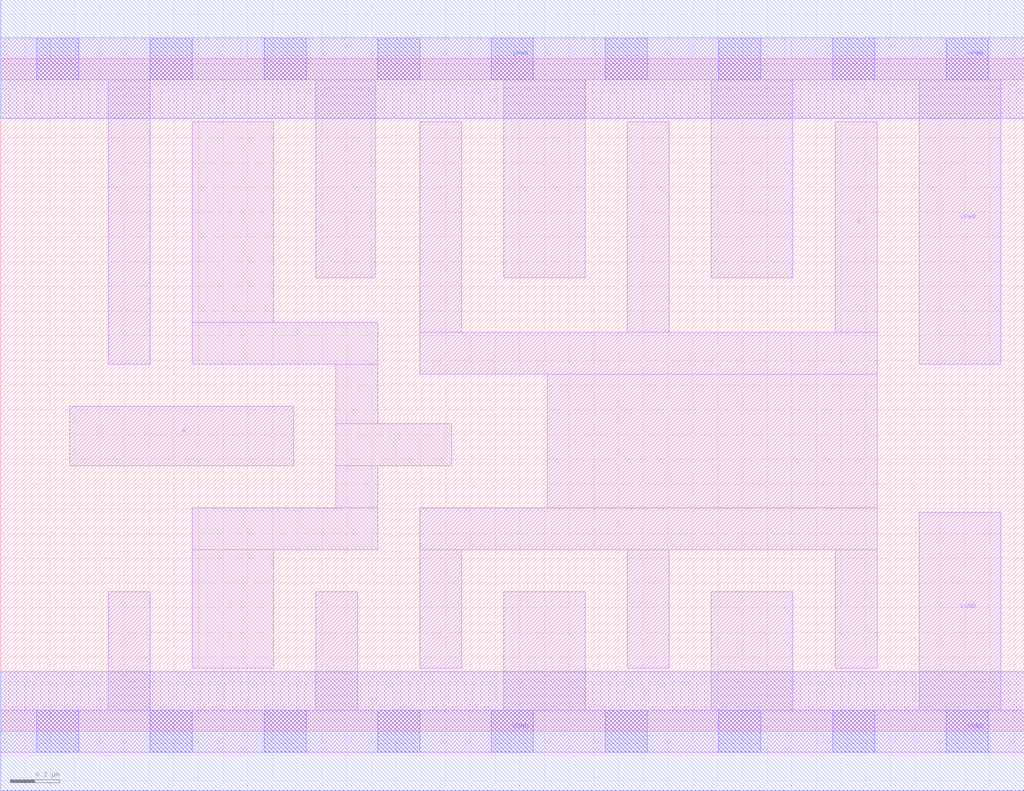
<source format=lef>
# Copyright 2020 The SkyWater PDK Authors
#
# Licensed under the Apache License, Version 2.0 (the "License");
# you may not use this file except in compliance with the License.
# You may obtain a copy of the License at
#
#     https://www.apache.org/licenses/LICENSE-2.0
#
# Unless required by applicable law or agreed to in writing, software
# distributed under the License is distributed on an "AS IS" BASIS,
# WITHOUT WARRANTIES OR CONDITIONS OF ANY KIND, either express or implied.
# See the License for the specific language governing permissions and
# limitations under the License.
#
# SPDX-License-Identifier: Apache-2.0

VERSION 5.7 ;
  NAMESCASESENSITIVE ON ;
  NOWIREEXTENSIONATPIN ON ;
  DIVIDERCHAR "/" ;
  BUSBITCHARS "[]" ;
UNITS
  DATABASE MICRONS 200 ;
END UNITS
MACRO sky130_fd_sc_hd__buf_6
  CLASS CORE ;
  SOURCE USER ;
  FOREIGN sky130_fd_sc_hd__buf_6 ;
  ORIGIN  0.000000  0.000000 ;
  SIZE  4.140000 BY  2.720000 ;
  SYMMETRY X Y R90 ;
  SITE unithd ;
  PIN A
    ANTENNAGATEAREA  0.495000 ;
    DIRECTION INPUT ;
    USE SIGNAL ;
    PORT
      LAYER li1 ;
        RECT 0.280000 1.075000 1.185000 1.315000 ;
    END
  END A
  PIN X
    ANTENNADIFFAREA  1.336500 ;
    DIRECTION OUTPUT ;
    USE SIGNAL ;
    PORT
      LAYER li1 ;
        RECT 1.695000 0.255000 1.865000 0.735000 ;
        RECT 1.695000 0.735000 3.545000 0.905000 ;
        RECT 1.695000 1.445000 3.545000 1.615000 ;
        RECT 1.695000 1.615000 1.865000 2.465000 ;
        RECT 2.210000 0.905000 3.545000 1.445000 ;
        RECT 2.535000 0.255000 2.705000 0.735000 ;
        RECT 2.535000 1.615000 2.705000 2.465000 ;
        RECT 3.375000 0.255000 3.545000 0.735000 ;
        RECT 3.375000 1.615000 3.545000 2.465000 ;
    END
  END X
  PIN VGND
    DIRECTION INOUT ;
    SHAPE ABUTMENT ;
    USE GROUND ;
    PORT
      LAYER li1 ;
        RECT 0.000000 -0.085000 4.140000 0.085000 ;
        RECT 0.435000  0.085000 0.605000 0.565000 ;
        RECT 1.275000  0.085000 1.445000 0.565000 ;
        RECT 2.035000  0.085000 2.365000 0.565000 ;
        RECT 2.875000  0.085000 3.205000 0.565000 ;
        RECT 3.715000  0.085000 4.045000 0.885000 ;
      LAYER mcon ;
        RECT 0.145000 -0.085000 0.315000 0.085000 ;
        RECT 0.605000 -0.085000 0.775000 0.085000 ;
        RECT 1.065000 -0.085000 1.235000 0.085000 ;
        RECT 1.525000 -0.085000 1.695000 0.085000 ;
        RECT 1.985000 -0.085000 2.155000 0.085000 ;
        RECT 2.445000 -0.085000 2.615000 0.085000 ;
        RECT 2.905000 -0.085000 3.075000 0.085000 ;
        RECT 3.365000 -0.085000 3.535000 0.085000 ;
        RECT 3.825000 -0.085000 3.995000 0.085000 ;
      LAYER met1 ;
        RECT 0.000000 -0.240000 4.140000 0.240000 ;
    END
  END VGND
  PIN VPWR
    DIRECTION INOUT ;
    SHAPE ABUTMENT ;
    USE POWER ;
    PORT
      LAYER li1 ;
        RECT 0.000000 2.635000 4.140000 2.805000 ;
        RECT 0.435000 1.485000 0.605000 2.635000 ;
        RECT 1.275000 1.835000 1.515000 2.635000 ;
        RECT 2.035000 1.835000 2.365000 2.635000 ;
        RECT 2.875000 1.835000 3.205000 2.635000 ;
        RECT 3.715000 1.485000 4.045000 2.635000 ;
      LAYER mcon ;
        RECT 0.145000 2.635000 0.315000 2.805000 ;
        RECT 0.605000 2.635000 0.775000 2.805000 ;
        RECT 1.065000 2.635000 1.235000 2.805000 ;
        RECT 1.525000 2.635000 1.695000 2.805000 ;
        RECT 1.985000 2.635000 2.155000 2.805000 ;
        RECT 2.445000 2.635000 2.615000 2.805000 ;
        RECT 2.905000 2.635000 3.075000 2.805000 ;
        RECT 3.365000 2.635000 3.535000 2.805000 ;
        RECT 3.825000 2.635000 3.995000 2.805000 ;
      LAYER met1 ;
        RECT 0.000000 2.480000 4.140000 2.960000 ;
    END
  END VPWR
  OBS
    LAYER li1 ;
      RECT 0.775000 0.255000 1.105000 0.735000 ;
      RECT 0.775000 0.735000 1.525000 0.905000 ;
      RECT 0.775000 1.485000 1.525000 1.655000 ;
      RECT 0.775000 1.655000 1.105000 2.465000 ;
      RECT 1.355000 0.905000 1.525000 1.075000 ;
      RECT 1.355000 1.075000 1.825000 1.245000 ;
      RECT 1.355000 1.245000 1.525000 1.485000 ;
  END
END sky130_fd_sc_hd__buf_6
END LIBRARY

</source>
